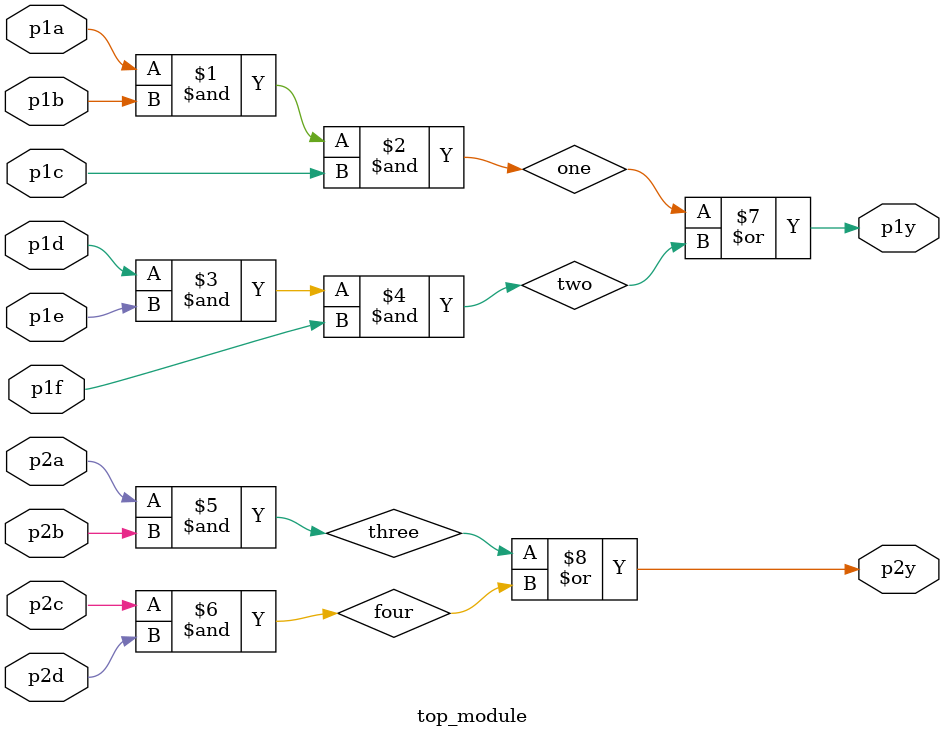
<source format=v>
module top_module ( 
    input p1a, p1b, p1c, p1d, p1e, p1f,
    output p1y,
    input p2a, p2b, p2c, p2d,
    output p2y );
wire one, two, three, four;
    and(one,p1a,p1b,p1c);
    and(two,p1d,p1e,p1f);
    and(three,p2a,p2b);
    and(four,p2c,p2d);
    or(p1y,one,two);
    or(p2y,three,four);

endmodule

</source>
